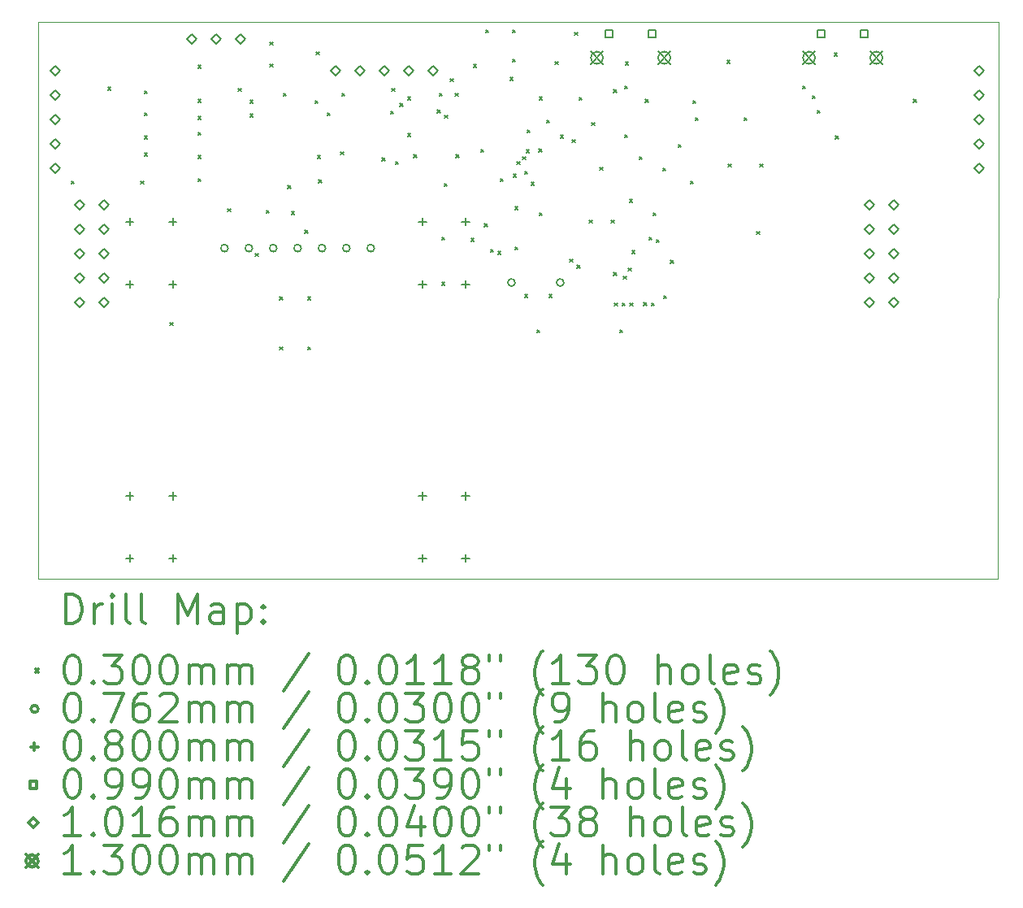
<source format=gbr>
%FSLAX45Y45*%
G04 Gerber Fmt 4.5, Leading zero omitted, Abs format (unit mm)*
G04 Created by KiCad (PCBNEW (5.1.12)-1) date 2021-11-29 00:38:07*
%MOMM*%
%LPD*%
G01*
G04 APERTURE LIST*
%TA.AperFunction,Profile*%
%ADD10C,0.050000*%
%TD*%
%ADD11C,0.200000*%
%ADD12C,0.300000*%
G04 APERTURE END LIST*
D10*
X27495500Y-13800000D02*
X17500000Y-13800000D01*
X27500000Y-8000000D02*
X17500000Y-8000000D01*
X17500000Y-8000000D02*
X17500000Y-13800000D01*
X27495500Y-13800000D02*
X27500000Y-8000000D01*
D11*
X17841200Y-9662400D02*
X17871200Y-9692400D01*
X17871200Y-9662400D02*
X17841200Y-9692400D01*
X18222200Y-8684500D02*
X18252200Y-8714500D01*
X18252200Y-8684500D02*
X18222200Y-8714500D01*
X18565100Y-9662400D02*
X18595100Y-9692400D01*
X18595100Y-9662400D02*
X18565100Y-9692400D01*
X18603200Y-8722600D02*
X18633200Y-8752600D01*
X18633200Y-8722600D02*
X18603200Y-8752600D01*
X18603200Y-8951200D02*
X18633200Y-8981200D01*
X18633200Y-8951200D02*
X18603200Y-8981200D01*
X18603200Y-9192500D02*
X18633200Y-9222500D01*
X18633200Y-9192500D02*
X18603200Y-9222500D01*
X18603200Y-9370300D02*
X18633200Y-9400300D01*
X18633200Y-9370300D02*
X18603200Y-9400300D01*
X18869900Y-11135600D02*
X18899900Y-11165600D01*
X18899900Y-11135600D02*
X18869900Y-11165600D01*
X19162000Y-8455900D02*
X19192000Y-8485900D01*
X19192000Y-8455900D02*
X19162000Y-8485900D01*
X19162000Y-8811500D02*
X19192000Y-8841500D01*
X19192000Y-8811500D02*
X19162000Y-8841500D01*
X19162000Y-8989300D02*
X19192000Y-9019300D01*
X19192000Y-8989300D02*
X19162000Y-9019300D01*
X19162000Y-9154400D02*
X19192000Y-9184400D01*
X19192000Y-9154400D02*
X19162000Y-9184400D01*
X19162000Y-9395700D02*
X19192000Y-9425700D01*
X19192000Y-9395700D02*
X19162000Y-9425700D01*
X19162000Y-9637000D02*
X19192000Y-9667000D01*
X19192000Y-9637000D02*
X19162000Y-9667000D01*
X19472131Y-9948659D02*
X19502131Y-9978659D01*
X19502131Y-9948659D02*
X19472131Y-9978659D01*
X19581100Y-8697200D02*
X19611100Y-8727200D01*
X19611100Y-8697200D02*
X19581100Y-8727200D01*
X19703938Y-8817201D02*
X19733938Y-8847201D01*
X19733938Y-8817201D02*
X19703938Y-8847201D01*
X19703938Y-8961902D02*
X19733938Y-8991902D01*
X19733938Y-8961902D02*
X19703938Y-8991902D01*
X19759799Y-10415797D02*
X19789799Y-10445797D01*
X19789799Y-10415797D02*
X19759799Y-10445797D01*
X19873200Y-9967200D02*
X19903200Y-9997200D01*
X19903200Y-9967200D02*
X19873200Y-9997200D01*
X19911300Y-8214600D02*
X19941300Y-8244600D01*
X19941300Y-8214600D02*
X19911300Y-8244600D01*
X19911300Y-8443200D02*
X19941300Y-8473200D01*
X19941300Y-8443200D02*
X19911300Y-8473200D01*
X20012900Y-10868900D02*
X20042900Y-10898900D01*
X20042900Y-10868900D02*
X20012900Y-10898900D01*
X20012900Y-11389600D02*
X20042900Y-11419600D01*
X20042900Y-11389600D02*
X20012900Y-11419600D01*
X20051000Y-8748000D02*
X20081000Y-8778000D01*
X20081000Y-8748000D02*
X20051000Y-8778000D01*
X20098424Y-9706196D02*
X20128424Y-9736196D01*
X20128424Y-9706196D02*
X20098424Y-9736196D01*
X20136851Y-9978901D02*
X20166851Y-10008901D01*
X20166851Y-9978901D02*
X20136851Y-10008901D01*
X20273505Y-10173799D02*
X20303505Y-10203799D01*
X20303505Y-10173799D02*
X20273505Y-10203799D01*
X20305000Y-10868900D02*
X20335000Y-10898900D01*
X20335000Y-10868900D02*
X20305000Y-10898900D01*
X20305000Y-11389600D02*
X20335000Y-11419600D01*
X20335000Y-11389600D02*
X20305000Y-11419600D01*
X20381200Y-8824200D02*
X20411200Y-8854200D01*
X20411200Y-8824200D02*
X20381200Y-8854200D01*
X20393900Y-8316200D02*
X20423900Y-8346200D01*
X20423900Y-8316200D02*
X20393900Y-8346200D01*
X20406600Y-9395700D02*
X20436600Y-9425700D01*
X20436600Y-9395700D02*
X20406600Y-9425700D01*
X20419300Y-9649700D02*
X20449300Y-9679700D01*
X20449300Y-9649700D02*
X20419300Y-9679700D01*
X20508200Y-8951200D02*
X20538200Y-8981200D01*
X20538200Y-8951200D02*
X20508200Y-8981200D01*
X20647900Y-9357600D02*
X20677900Y-9387600D01*
X20677900Y-9357600D02*
X20647900Y-9387600D01*
X20660600Y-8748000D02*
X20690600Y-8778000D01*
X20690600Y-8748000D02*
X20660600Y-8778000D01*
X21079700Y-9421100D02*
X21109700Y-9451100D01*
X21109700Y-9421100D02*
X21079700Y-9451100D01*
X21168600Y-8932150D02*
X21198600Y-8962150D01*
X21198600Y-8932150D02*
X21168600Y-8962150D01*
X21181300Y-8697200D02*
X21211300Y-8727200D01*
X21211300Y-8697200D02*
X21181300Y-8727200D01*
X21219400Y-9459200D02*
X21249400Y-9489200D01*
X21249400Y-9459200D02*
X21219400Y-9489200D01*
X21267824Y-8854412D02*
X21297824Y-8884412D01*
X21297824Y-8854412D02*
X21267824Y-8884412D01*
X21346400Y-8786100D02*
X21376400Y-8816100D01*
X21376400Y-8786100D02*
X21346400Y-8816100D01*
X21346400Y-9167100D02*
X21376400Y-9197100D01*
X21376400Y-9167100D02*
X21346400Y-9197100D01*
X21412200Y-9385300D02*
X21442200Y-9415300D01*
X21442200Y-9385300D02*
X21412200Y-9415300D01*
X21654052Y-8920399D02*
X21684052Y-8950399D01*
X21684052Y-8920399D02*
X21654052Y-8950399D01*
X21676600Y-8748000D02*
X21706600Y-8778000D01*
X21706600Y-8748000D02*
X21676600Y-8778000D01*
X21702000Y-10246600D02*
X21732000Y-10276600D01*
X21732000Y-10246600D02*
X21702000Y-10276600D01*
X21702000Y-10716500D02*
X21732000Y-10746500D01*
X21732000Y-10716500D02*
X21702000Y-10746500D01*
X21727400Y-9687800D02*
X21757400Y-9717800D01*
X21757400Y-9687800D02*
X21727400Y-9717800D01*
X21730453Y-8976512D02*
X21760453Y-9006512D01*
X21760453Y-8976512D02*
X21730453Y-9006512D01*
X21790900Y-8595600D02*
X21820900Y-8625600D01*
X21820900Y-8595600D02*
X21790900Y-8625600D01*
X21841700Y-8748000D02*
X21871700Y-8778000D01*
X21871700Y-8748000D02*
X21841700Y-8778000D01*
X21848214Y-9385300D02*
X21878214Y-9415300D01*
X21878214Y-9385300D02*
X21848214Y-9415300D01*
X22006800Y-10259300D02*
X22036800Y-10289300D01*
X22036800Y-10259300D02*
X22006800Y-10289300D01*
X22032200Y-8448286D02*
X22062200Y-8478286D01*
X22062200Y-8448286D02*
X22032200Y-8478286D01*
X22108400Y-9332200D02*
X22138400Y-9362200D01*
X22138400Y-9332200D02*
X22108400Y-9362200D01*
X22146500Y-10106900D02*
X22176500Y-10136900D01*
X22176500Y-10106900D02*
X22146500Y-10136900D01*
X22159200Y-8087600D02*
X22189200Y-8117600D01*
X22189200Y-8087600D02*
X22159200Y-8117600D01*
X22210000Y-10373600D02*
X22240000Y-10403600D01*
X22240000Y-10373600D02*
X22210000Y-10403600D01*
X22287613Y-10393003D02*
X22317613Y-10423003D01*
X22317613Y-10393003D02*
X22287613Y-10423003D01*
X22311600Y-9637000D02*
X22341600Y-9667000D01*
X22341600Y-9637000D02*
X22311600Y-9667000D01*
X22413200Y-8582900D02*
X22443200Y-8612900D01*
X22443200Y-8582900D02*
X22413200Y-8612900D01*
X22438600Y-8087600D02*
X22468600Y-8117600D01*
X22468600Y-8087600D02*
X22438600Y-8117600D01*
X22438600Y-8392400D02*
X22468600Y-8422400D01*
X22468600Y-8392400D02*
X22438600Y-8422400D01*
X22448268Y-9589742D02*
X22478268Y-9619742D01*
X22478268Y-9589742D02*
X22448268Y-9619742D01*
X22464000Y-9929100D02*
X22494000Y-9959100D01*
X22494000Y-9929100D02*
X22464000Y-9959100D01*
X22464000Y-10348200D02*
X22494000Y-10378200D01*
X22494000Y-10348200D02*
X22464000Y-10378200D01*
X22485624Y-9459886D02*
X22515624Y-9489886D01*
X22515624Y-9459886D02*
X22485624Y-9489886D01*
X22545510Y-9406840D02*
X22575510Y-9436840D01*
X22575510Y-9406840D02*
X22545510Y-9436840D01*
X22565600Y-9560800D02*
X22595600Y-9590800D01*
X22595600Y-9560800D02*
X22565600Y-9590800D01*
X22565600Y-10843500D02*
X22595600Y-10873500D01*
X22595600Y-10843500D02*
X22565600Y-10873500D01*
X22583016Y-9336175D02*
X22613016Y-9366175D01*
X22613016Y-9336175D02*
X22583016Y-9366175D01*
X22591000Y-9129000D02*
X22621000Y-9159000D01*
X22621000Y-9129000D02*
X22591000Y-9159000D01*
X22631831Y-9674229D02*
X22661831Y-9704229D01*
X22661831Y-9674229D02*
X22631831Y-9704229D01*
X22692600Y-11211800D02*
X22722600Y-11241800D01*
X22722600Y-11211800D02*
X22692600Y-11241800D01*
X22713181Y-9324829D02*
X22743181Y-9354829D01*
X22743181Y-9324829D02*
X22713181Y-9354829D01*
X22718000Y-8786100D02*
X22748000Y-8816100D01*
X22748000Y-8786100D02*
X22718000Y-8816100D01*
X22718000Y-9992600D02*
X22748000Y-10022600D01*
X22748000Y-9992600D02*
X22718000Y-10022600D01*
X22794200Y-9027400D02*
X22824200Y-9057400D01*
X22824200Y-9027400D02*
X22794200Y-9057400D01*
X22819600Y-10843500D02*
X22849600Y-10873500D01*
X22849600Y-10843500D02*
X22819600Y-10873500D01*
X22883100Y-8417800D02*
X22913100Y-8447800D01*
X22913100Y-8417800D02*
X22883100Y-8447800D01*
X22936652Y-9180895D02*
X22966652Y-9210895D01*
X22966652Y-9180895D02*
X22936652Y-9210895D01*
X23035500Y-10475200D02*
X23065500Y-10505200D01*
X23065500Y-10475200D02*
X23035500Y-10505200D01*
X23060900Y-9230600D02*
X23090900Y-9260600D01*
X23090900Y-9230600D02*
X23060900Y-9260600D01*
X23086300Y-8113000D02*
X23116300Y-8143000D01*
X23116300Y-8113000D02*
X23086300Y-8143000D01*
X23111700Y-10538700D02*
X23141700Y-10568700D01*
X23141700Y-10538700D02*
X23111700Y-10568700D01*
X23133291Y-8790001D02*
X23163291Y-8820001D01*
X23163291Y-8790001D02*
X23133291Y-8820001D01*
X23238700Y-10068800D02*
X23268700Y-10098800D01*
X23268700Y-10068800D02*
X23238700Y-10098800D01*
X23264100Y-9052800D02*
X23294100Y-9082800D01*
X23294100Y-9052800D02*
X23264100Y-9082800D01*
X23347282Y-9519304D02*
X23377282Y-9549304D01*
X23377282Y-9519304D02*
X23347282Y-9549304D01*
X23467300Y-10068800D02*
X23497300Y-10098800D01*
X23497300Y-10068800D02*
X23467300Y-10098800D01*
X23492700Y-8709900D02*
X23522700Y-8739900D01*
X23522700Y-8709900D02*
X23492700Y-8739900D01*
X23492700Y-10614900D02*
X23522700Y-10644900D01*
X23522700Y-10614900D02*
X23492700Y-10644900D01*
X23501599Y-10932400D02*
X23531599Y-10962400D01*
X23531599Y-10932400D02*
X23501599Y-10962400D01*
X23556200Y-11211800D02*
X23586200Y-11241800D01*
X23586200Y-11211800D02*
X23556200Y-11241800D01*
X23581600Y-10932400D02*
X23611600Y-10962400D01*
X23611600Y-10932400D02*
X23581600Y-10962400D01*
X23593301Y-10653000D02*
X23623301Y-10683000D01*
X23623301Y-10653000D02*
X23593301Y-10683000D01*
X23607000Y-8671800D02*
X23637000Y-8701800D01*
X23637000Y-8671800D02*
X23607000Y-8701800D01*
X23607000Y-9179800D02*
X23637000Y-9209800D01*
X23637000Y-9179800D02*
X23607000Y-9209800D01*
X23616120Y-8418918D02*
X23646120Y-8448918D01*
X23646120Y-8418918D02*
X23616120Y-8448918D01*
X23644641Y-10568301D02*
X23674641Y-10598301D01*
X23674641Y-10568301D02*
X23644641Y-10598301D01*
X23657800Y-9852900D02*
X23687800Y-9882900D01*
X23687800Y-9852900D02*
X23657800Y-9882900D01*
X23661601Y-10932400D02*
X23691601Y-10962400D01*
X23691601Y-10932400D02*
X23661601Y-10962400D01*
X23685000Y-10385000D02*
X23715000Y-10415000D01*
X23715000Y-10385000D02*
X23685000Y-10415000D01*
X23759400Y-9408400D02*
X23789400Y-9438400D01*
X23789400Y-9408400D02*
X23759400Y-9438400D01*
X23806600Y-10926732D02*
X23836600Y-10956732D01*
X23836600Y-10926732D02*
X23806600Y-10956732D01*
X23822900Y-8811500D02*
X23852900Y-8841500D01*
X23852900Y-8811500D02*
X23822900Y-8841500D01*
X23861000Y-10246600D02*
X23891000Y-10276600D01*
X23891000Y-10246600D02*
X23861000Y-10276600D01*
X23886400Y-10932400D02*
X23916400Y-10962400D01*
X23916400Y-10932400D02*
X23886400Y-10962400D01*
X23905450Y-9992600D02*
X23935450Y-10022600D01*
X23935450Y-9992600D02*
X23905450Y-10022600D01*
X23937200Y-10272000D02*
X23967200Y-10302000D01*
X23967200Y-10272000D02*
X23937200Y-10302000D01*
X24003400Y-9524600D02*
X24033400Y-9554600D01*
X24033400Y-9524600D02*
X24003400Y-9554600D01*
X24013400Y-10856200D02*
X24043400Y-10886200D01*
X24043400Y-10856200D02*
X24013400Y-10886200D01*
X24085000Y-10485000D02*
X24115000Y-10515000D01*
X24115000Y-10485000D02*
X24085000Y-10515000D01*
X24165800Y-9281400D02*
X24195800Y-9311400D01*
X24195800Y-9281400D02*
X24165800Y-9311400D01*
X24292800Y-9662400D02*
X24322800Y-9692400D01*
X24322800Y-9662400D02*
X24292800Y-9692400D01*
X24318200Y-8824200D02*
X24348200Y-8854200D01*
X24348200Y-8824200D02*
X24318200Y-8854200D01*
X24343600Y-9002000D02*
X24373600Y-9032000D01*
X24373600Y-9002000D02*
X24343600Y-9032000D01*
X24673800Y-8405100D02*
X24703800Y-8435100D01*
X24703800Y-8405100D02*
X24673800Y-8435100D01*
X24685000Y-9485000D02*
X24715000Y-9515000D01*
X24715000Y-9485000D02*
X24685000Y-9515000D01*
X24851600Y-9002000D02*
X24881600Y-9032000D01*
X24881600Y-9002000D02*
X24851600Y-9032000D01*
X24985000Y-10185000D02*
X25015000Y-10215000D01*
X25015000Y-10185000D02*
X24985000Y-10215000D01*
X25015348Y-9482002D02*
X25045348Y-9512002D01*
X25045348Y-9482002D02*
X25015348Y-9512002D01*
X25461200Y-8671800D02*
X25491200Y-8701800D01*
X25491200Y-8671800D02*
X25461200Y-8701800D01*
X25562800Y-8773400D02*
X25592800Y-8803400D01*
X25592800Y-8773400D02*
X25562800Y-8803400D01*
X25613600Y-8925800D02*
X25643600Y-8955800D01*
X25643600Y-8925800D02*
X25613600Y-8955800D01*
X25791400Y-8328900D02*
X25821400Y-8358900D01*
X25821400Y-8328900D02*
X25791400Y-8358900D01*
X25804100Y-9192500D02*
X25834100Y-9222500D01*
X25834100Y-9192500D02*
X25804100Y-9222500D01*
X26616900Y-8811500D02*
X26646900Y-8841500D01*
X26646900Y-8811500D02*
X26616900Y-8841500D01*
X19476100Y-10360000D02*
G75*
G03*
X19476100Y-10360000I-38100J0D01*
G01*
X19730100Y-10360000D02*
G75*
G03*
X19730100Y-10360000I-38100J0D01*
G01*
X19984100Y-10360000D02*
G75*
G03*
X19984100Y-10360000I-38100J0D01*
G01*
X20238100Y-10360000D02*
G75*
G03*
X20238100Y-10360000I-38100J0D01*
G01*
X20492100Y-10360000D02*
G75*
G03*
X20492100Y-10360000I-38100J0D01*
G01*
X20746100Y-10360000D02*
G75*
G03*
X20746100Y-10360000I-38100J0D01*
G01*
X21000100Y-10360000D02*
G75*
G03*
X21000100Y-10360000I-38100J0D01*
G01*
X22466300Y-10718800D02*
G75*
G03*
X22466300Y-10718800I-38100J0D01*
G01*
X22974300Y-10718800D02*
G75*
G03*
X22974300Y-10718800I-38100J0D01*
G01*
X18450000Y-10045000D02*
X18450000Y-10125000D01*
X18410000Y-10085000D02*
X18490000Y-10085000D01*
X18450000Y-10695000D02*
X18450000Y-10775000D01*
X18410000Y-10735000D02*
X18490000Y-10735000D01*
X18450000Y-12900000D02*
X18450000Y-12980000D01*
X18410000Y-12940000D02*
X18490000Y-12940000D01*
X18450000Y-13550000D02*
X18450000Y-13630000D01*
X18410000Y-13590000D02*
X18490000Y-13590000D01*
X18900000Y-10045000D02*
X18900000Y-10125000D01*
X18860000Y-10085000D02*
X18940000Y-10085000D01*
X18900000Y-10695000D02*
X18900000Y-10775000D01*
X18860000Y-10735000D02*
X18940000Y-10735000D01*
X18900000Y-12900000D02*
X18900000Y-12980000D01*
X18860000Y-12940000D02*
X18940000Y-12940000D01*
X18900000Y-13550000D02*
X18900000Y-13630000D01*
X18860000Y-13590000D02*
X18940000Y-13590000D01*
X21500000Y-10045000D02*
X21500000Y-10125000D01*
X21460000Y-10085000D02*
X21540000Y-10085000D01*
X21500000Y-10695000D02*
X21500000Y-10775000D01*
X21460000Y-10735000D02*
X21540000Y-10735000D01*
X21500000Y-12900000D02*
X21500000Y-12980000D01*
X21460000Y-12940000D02*
X21540000Y-12940000D01*
X21500000Y-13550000D02*
X21500000Y-13630000D01*
X21460000Y-13590000D02*
X21540000Y-13590000D01*
X21950000Y-10045000D02*
X21950000Y-10125000D01*
X21910000Y-10085000D02*
X21990000Y-10085000D01*
X21950000Y-10695000D02*
X21950000Y-10775000D01*
X21910000Y-10735000D02*
X21990000Y-10735000D01*
X21950000Y-12900000D02*
X21950000Y-12980000D01*
X21910000Y-12940000D02*
X21990000Y-12940000D01*
X21950000Y-13550000D02*
X21950000Y-13630000D01*
X21910000Y-13590000D02*
X21990000Y-13590000D01*
X23479202Y-8163002D02*
X23479202Y-8092998D01*
X23409198Y-8092998D01*
X23409198Y-8163002D01*
X23479202Y-8163002D01*
X23929202Y-8163002D02*
X23929202Y-8092998D01*
X23859198Y-8092998D01*
X23859198Y-8163002D01*
X23929202Y-8163002D01*
X25689002Y-8163002D02*
X25689002Y-8092998D01*
X25618998Y-8092998D01*
X25618998Y-8163002D01*
X25689002Y-8163002D01*
X26139002Y-8163002D02*
X26139002Y-8092998D01*
X26068998Y-8092998D01*
X26068998Y-8163002D01*
X26139002Y-8163002D01*
X17678400Y-8562600D02*
X17729200Y-8511800D01*
X17678400Y-8461000D01*
X17627600Y-8511800D01*
X17678400Y-8562600D01*
X17678400Y-8816600D02*
X17729200Y-8765800D01*
X17678400Y-8715000D01*
X17627600Y-8765800D01*
X17678400Y-8816600D01*
X17678400Y-9070600D02*
X17729200Y-9019800D01*
X17678400Y-8969000D01*
X17627600Y-9019800D01*
X17678400Y-9070600D01*
X17678400Y-9324600D02*
X17729200Y-9273800D01*
X17678400Y-9223000D01*
X17627600Y-9273800D01*
X17678400Y-9324600D01*
X17678400Y-9578600D02*
X17729200Y-9527800D01*
X17678400Y-9477000D01*
X17627600Y-9527800D01*
X17678400Y-9578600D01*
X17932400Y-9956800D02*
X17983200Y-9906000D01*
X17932400Y-9855200D01*
X17881600Y-9906000D01*
X17932400Y-9956800D01*
X17932400Y-10210800D02*
X17983200Y-10160000D01*
X17932400Y-10109200D01*
X17881600Y-10160000D01*
X17932400Y-10210800D01*
X17932400Y-10464800D02*
X17983200Y-10414000D01*
X17932400Y-10363200D01*
X17881600Y-10414000D01*
X17932400Y-10464800D01*
X17932400Y-10718800D02*
X17983200Y-10668000D01*
X17932400Y-10617200D01*
X17881600Y-10668000D01*
X17932400Y-10718800D01*
X17932400Y-10972800D02*
X17983200Y-10922000D01*
X17932400Y-10871200D01*
X17881600Y-10922000D01*
X17932400Y-10972800D01*
X18186400Y-9956800D02*
X18237200Y-9906000D01*
X18186400Y-9855200D01*
X18135600Y-9906000D01*
X18186400Y-9956800D01*
X18186400Y-10210800D02*
X18237200Y-10160000D01*
X18186400Y-10109200D01*
X18135600Y-10160000D01*
X18186400Y-10210800D01*
X18186400Y-10464800D02*
X18237200Y-10414000D01*
X18186400Y-10363200D01*
X18135600Y-10414000D01*
X18186400Y-10464800D01*
X18186400Y-10718800D02*
X18237200Y-10668000D01*
X18186400Y-10617200D01*
X18135600Y-10668000D01*
X18186400Y-10718800D01*
X18186400Y-10972800D02*
X18237200Y-10922000D01*
X18186400Y-10871200D01*
X18135600Y-10922000D01*
X18186400Y-10972800D01*
X19100800Y-8229600D02*
X19151600Y-8178800D01*
X19100800Y-8128000D01*
X19050000Y-8178800D01*
X19100800Y-8229600D01*
X19354800Y-8229600D02*
X19405600Y-8178800D01*
X19354800Y-8128000D01*
X19304000Y-8178800D01*
X19354800Y-8229600D01*
X19608800Y-8229600D02*
X19659600Y-8178800D01*
X19608800Y-8128000D01*
X19558000Y-8178800D01*
X19608800Y-8229600D01*
X20599400Y-8559800D02*
X20650200Y-8509000D01*
X20599400Y-8458200D01*
X20548600Y-8509000D01*
X20599400Y-8559800D01*
X20853400Y-8559800D02*
X20904200Y-8509000D01*
X20853400Y-8458200D01*
X20802600Y-8509000D01*
X20853400Y-8559800D01*
X21107400Y-8559800D02*
X21158200Y-8509000D01*
X21107400Y-8458200D01*
X21056600Y-8509000D01*
X21107400Y-8559800D01*
X21361400Y-8559800D02*
X21412200Y-8509000D01*
X21361400Y-8458200D01*
X21310600Y-8509000D01*
X21361400Y-8559800D01*
X21615400Y-8559800D02*
X21666200Y-8509000D01*
X21615400Y-8458200D01*
X21564600Y-8509000D01*
X21615400Y-8559800D01*
X26162000Y-9956800D02*
X26212800Y-9906000D01*
X26162000Y-9855200D01*
X26111200Y-9906000D01*
X26162000Y-9956800D01*
X26162000Y-10210800D02*
X26212800Y-10160000D01*
X26162000Y-10109200D01*
X26111200Y-10160000D01*
X26162000Y-10210800D01*
X26162000Y-10464800D02*
X26212800Y-10414000D01*
X26162000Y-10363200D01*
X26111200Y-10414000D01*
X26162000Y-10464800D01*
X26162000Y-10718800D02*
X26212800Y-10668000D01*
X26162000Y-10617200D01*
X26111200Y-10668000D01*
X26162000Y-10718800D01*
X26162000Y-10972800D02*
X26212800Y-10922000D01*
X26162000Y-10871200D01*
X26111200Y-10922000D01*
X26162000Y-10972800D01*
X26416000Y-9956800D02*
X26466800Y-9906000D01*
X26416000Y-9855200D01*
X26365200Y-9906000D01*
X26416000Y-9956800D01*
X26416000Y-10210800D02*
X26466800Y-10160000D01*
X26416000Y-10109200D01*
X26365200Y-10160000D01*
X26416000Y-10210800D01*
X26416000Y-10464800D02*
X26466800Y-10414000D01*
X26416000Y-10363200D01*
X26365200Y-10414000D01*
X26416000Y-10464800D01*
X26416000Y-10718800D02*
X26466800Y-10668000D01*
X26416000Y-10617200D01*
X26365200Y-10668000D01*
X26416000Y-10718800D01*
X26416000Y-10972800D02*
X26466800Y-10922000D01*
X26416000Y-10871200D01*
X26365200Y-10922000D01*
X26416000Y-10972800D01*
X27305000Y-8562600D02*
X27355800Y-8511800D01*
X27305000Y-8461000D01*
X27254200Y-8511800D01*
X27305000Y-8562600D01*
X27305000Y-8816600D02*
X27355800Y-8765800D01*
X27305000Y-8715000D01*
X27254200Y-8765800D01*
X27305000Y-8816600D01*
X27305000Y-9070600D02*
X27355800Y-9019800D01*
X27305000Y-8969000D01*
X27254200Y-9019800D01*
X27305000Y-9070600D01*
X27305000Y-9324600D02*
X27355800Y-9273800D01*
X27305000Y-9223000D01*
X27254200Y-9273800D01*
X27305000Y-9324600D01*
X27305000Y-9578600D02*
X27355800Y-9527800D01*
X27305000Y-9477000D01*
X27254200Y-9527800D01*
X27305000Y-9578600D01*
X23254200Y-8312000D02*
X23384200Y-8442000D01*
X23384200Y-8312000D02*
X23254200Y-8442000D01*
X23384200Y-8377000D02*
G75*
G03*
X23384200Y-8377000I-65000J0D01*
G01*
X23955200Y-8312000D02*
X24085200Y-8442000D01*
X24085200Y-8312000D02*
X23955200Y-8442000D01*
X24085200Y-8377000D02*
G75*
G03*
X24085200Y-8377000I-65000J0D01*
G01*
X25464000Y-8312000D02*
X25594000Y-8442000D01*
X25594000Y-8312000D02*
X25464000Y-8442000D01*
X25594000Y-8377000D02*
G75*
G03*
X25594000Y-8377000I-65000J0D01*
G01*
X26165000Y-8312000D02*
X26295000Y-8442000D01*
X26295000Y-8312000D02*
X26165000Y-8442000D01*
X26295000Y-8377000D02*
G75*
G03*
X26295000Y-8377000I-65000J0D01*
G01*
D12*
X17783928Y-14268214D02*
X17783928Y-13968214D01*
X17855357Y-13968214D01*
X17898214Y-13982500D01*
X17926786Y-14011071D01*
X17941071Y-14039643D01*
X17955357Y-14096786D01*
X17955357Y-14139643D01*
X17941071Y-14196786D01*
X17926786Y-14225357D01*
X17898214Y-14253929D01*
X17855357Y-14268214D01*
X17783928Y-14268214D01*
X18083928Y-14268214D02*
X18083928Y-14068214D01*
X18083928Y-14125357D02*
X18098214Y-14096786D01*
X18112500Y-14082500D01*
X18141071Y-14068214D01*
X18169643Y-14068214D01*
X18269643Y-14268214D02*
X18269643Y-14068214D01*
X18269643Y-13968214D02*
X18255357Y-13982500D01*
X18269643Y-13996786D01*
X18283928Y-13982500D01*
X18269643Y-13968214D01*
X18269643Y-13996786D01*
X18455357Y-14268214D02*
X18426786Y-14253929D01*
X18412500Y-14225357D01*
X18412500Y-13968214D01*
X18612500Y-14268214D02*
X18583928Y-14253929D01*
X18569643Y-14225357D01*
X18569643Y-13968214D01*
X18955357Y-14268214D02*
X18955357Y-13968214D01*
X19055357Y-14182500D01*
X19155357Y-13968214D01*
X19155357Y-14268214D01*
X19426786Y-14268214D02*
X19426786Y-14111071D01*
X19412500Y-14082500D01*
X19383928Y-14068214D01*
X19326786Y-14068214D01*
X19298214Y-14082500D01*
X19426786Y-14253929D02*
X19398214Y-14268214D01*
X19326786Y-14268214D01*
X19298214Y-14253929D01*
X19283928Y-14225357D01*
X19283928Y-14196786D01*
X19298214Y-14168214D01*
X19326786Y-14153929D01*
X19398214Y-14153929D01*
X19426786Y-14139643D01*
X19569643Y-14068214D02*
X19569643Y-14368214D01*
X19569643Y-14082500D02*
X19598214Y-14068214D01*
X19655357Y-14068214D01*
X19683928Y-14082500D01*
X19698214Y-14096786D01*
X19712500Y-14125357D01*
X19712500Y-14211071D01*
X19698214Y-14239643D01*
X19683928Y-14253929D01*
X19655357Y-14268214D01*
X19598214Y-14268214D01*
X19569643Y-14253929D01*
X19841071Y-14239643D02*
X19855357Y-14253929D01*
X19841071Y-14268214D01*
X19826786Y-14253929D01*
X19841071Y-14239643D01*
X19841071Y-14268214D01*
X19841071Y-14082500D02*
X19855357Y-14096786D01*
X19841071Y-14111071D01*
X19826786Y-14096786D01*
X19841071Y-14082500D01*
X19841071Y-14111071D01*
X17467500Y-14747500D02*
X17497500Y-14777500D01*
X17497500Y-14747500D02*
X17467500Y-14777500D01*
X17841071Y-14598214D02*
X17869643Y-14598214D01*
X17898214Y-14612500D01*
X17912500Y-14626786D01*
X17926786Y-14655357D01*
X17941071Y-14712500D01*
X17941071Y-14783929D01*
X17926786Y-14841071D01*
X17912500Y-14869643D01*
X17898214Y-14883929D01*
X17869643Y-14898214D01*
X17841071Y-14898214D01*
X17812500Y-14883929D01*
X17798214Y-14869643D01*
X17783928Y-14841071D01*
X17769643Y-14783929D01*
X17769643Y-14712500D01*
X17783928Y-14655357D01*
X17798214Y-14626786D01*
X17812500Y-14612500D01*
X17841071Y-14598214D01*
X18069643Y-14869643D02*
X18083928Y-14883929D01*
X18069643Y-14898214D01*
X18055357Y-14883929D01*
X18069643Y-14869643D01*
X18069643Y-14898214D01*
X18183928Y-14598214D02*
X18369643Y-14598214D01*
X18269643Y-14712500D01*
X18312500Y-14712500D01*
X18341071Y-14726786D01*
X18355357Y-14741071D01*
X18369643Y-14769643D01*
X18369643Y-14841071D01*
X18355357Y-14869643D01*
X18341071Y-14883929D01*
X18312500Y-14898214D01*
X18226786Y-14898214D01*
X18198214Y-14883929D01*
X18183928Y-14869643D01*
X18555357Y-14598214D02*
X18583928Y-14598214D01*
X18612500Y-14612500D01*
X18626786Y-14626786D01*
X18641071Y-14655357D01*
X18655357Y-14712500D01*
X18655357Y-14783929D01*
X18641071Y-14841071D01*
X18626786Y-14869643D01*
X18612500Y-14883929D01*
X18583928Y-14898214D01*
X18555357Y-14898214D01*
X18526786Y-14883929D01*
X18512500Y-14869643D01*
X18498214Y-14841071D01*
X18483928Y-14783929D01*
X18483928Y-14712500D01*
X18498214Y-14655357D01*
X18512500Y-14626786D01*
X18526786Y-14612500D01*
X18555357Y-14598214D01*
X18841071Y-14598214D02*
X18869643Y-14598214D01*
X18898214Y-14612500D01*
X18912500Y-14626786D01*
X18926786Y-14655357D01*
X18941071Y-14712500D01*
X18941071Y-14783929D01*
X18926786Y-14841071D01*
X18912500Y-14869643D01*
X18898214Y-14883929D01*
X18869643Y-14898214D01*
X18841071Y-14898214D01*
X18812500Y-14883929D01*
X18798214Y-14869643D01*
X18783928Y-14841071D01*
X18769643Y-14783929D01*
X18769643Y-14712500D01*
X18783928Y-14655357D01*
X18798214Y-14626786D01*
X18812500Y-14612500D01*
X18841071Y-14598214D01*
X19069643Y-14898214D02*
X19069643Y-14698214D01*
X19069643Y-14726786D02*
X19083928Y-14712500D01*
X19112500Y-14698214D01*
X19155357Y-14698214D01*
X19183928Y-14712500D01*
X19198214Y-14741071D01*
X19198214Y-14898214D01*
X19198214Y-14741071D02*
X19212500Y-14712500D01*
X19241071Y-14698214D01*
X19283928Y-14698214D01*
X19312500Y-14712500D01*
X19326786Y-14741071D01*
X19326786Y-14898214D01*
X19469643Y-14898214D02*
X19469643Y-14698214D01*
X19469643Y-14726786D02*
X19483928Y-14712500D01*
X19512500Y-14698214D01*
X19555357Y-14698214D01*
X19583928Y-14712500D01*
X19598214Y-14741071D01*
X19598214Y-14898214D01*
X19598214Y-14741071D02*
X19612500Y-14712500D01*
X19641071Y-14698214D01*
X19683928Y-14698214D01*
X19712500Y-14712500D01*
X19726786Y-14741071D01*
X19726786Y-14898214D01*
X20312500Y-14583929D02*
X20055357Y-14969643D01*
X20698214Y-14598214D02*
X20726786Y-14598214D01*
X20755357Y-14612500D01*
X20769643Y-14626786D01*
X20783928Y-14655357D01*
X20798214Y-14712500D01*
X20798214Y-14783929D01*
X20783928Y-14841071D01*
X20769643Y-14869643D01*
X20755357Y-14883929D01*
X20726786Y-14898214D01*
X20698214Y-14898214D01*
X20669643Y-14883929D01*
X20655357Y-14869643D01*
X20641071Y-14841071D01*
X20626786Y-14783929D01*
X20626786Y-14712500D01*
X20641071Y-14655357D01*
X20655357Y-14626786D01*
X20669643Y-14612500D01*
X20698214Y-14598214D01*
X20926786Y-14869643D02*
X20941071Y-14883929D01*
X20926786Y-14898214D01*
X20912500Y-14883929D01*
X20926786Y-14869643D01*
X20926786Y-14898214D01*
X21126786Y-14598214D02*
X21155357Y-14598214D01*
X21183928Y-14612500D01*
X21198214Y-14626786D01*
X21212500Y-14655357D01*
X21226786Y-14712500D01*
X21226786Y-14783929D01*
X21212500Y-14841071D01*
X21198214Y-14869643D01*
X21183928Y-14883929D01*
X21155357Y-14898214D01*
X21126786Y-14898214D01*
X21098214Y-14883929D01*
X21083928Y-14869643D01*
X21069643Y-14841071D01*
X21055357Y-14783929D01*
X21055357Y-14712500D01*
X21069643Y-14655357D01*
X21083928Y-14626786D01*
X21098214Y-14612500D01*
X21126786Y-14598214D01*
X21512500Y-14898214D02*
X21341071Y-14898214D01*
X21426786Y-14898214D02*
X21426786Y-14598214D01*
X21398214Y-14641071D01*
X21369643Y-14669643D01*
X21341071Y-14683929D01*
X21798214Y-14898214D02*
X21626786Y-14898214D01*
X21712500Y-14898214D02*
X21712500Y-14598214D01*
X21683928Y-14641071D01*
X21655357Y-14669643D01*
X21626786Y-14683929D01*
X21969643Y-14726786D02*
X21941071Y-14712500D01*
X21926786Y-14698214D01*
X21912500Y-14669643D01*
X21912500Y-14655357D01*
X21926786Y-14626786D01*
X21941071Y-14612500D01*
X21969643Y-14598214D01*
X22026786Y-14598214D01*
X22055357Y-14612500D01*
X22069643Y-14626786D01*
X22083928Y-14655357D01*
X22083928Y-14669643D01*
X22069643Y-14698214D01*
X22055357Y-14712500D01*
X22026786Y-14726786D01*
X21969643Y-14726786D01*
X21941071Y-14741071D01*
X21926786Y-14755357D01*
X21912500Y-14783929D01*
X21912500Y-14841071D01*
X21926786Y-14869643D01*
X21941071Y-14883929D01*
X21969643Y-14898214D01*
X22026786Y-14898214D01*
X22055357Y-14883929D01*
X22069643Y-14869643D01*
X22083928Y-14841071D01*
X22083928Y-14783929D01*
X22069643Y-14755357D01*
X22055357Y-14741071D01*
X22026786Y-14726786D01*
X22198214Y-14598214D02*
X22198214Y-14655357D01*
X22312500Y-14598214D02*
X22312500Y-14655357D01*
X22755357Y-15012500D02*
X22741071Y-14998214D01*
X22712500Y-14955357D01*
X22698214Y-14926786D01*
X22683928Y-14883929D01*
X22669643Y-14812500D01*
X22669643Y-14755357D01*
X22683928Y-14683929D01*
X22698214Y-14641071D01*
X22712500Y-14612500D01*
X22741071Y-14569643D01*
X22755357Y-14555357D01*
X23026786Y-14898214D02*
X22855357Y-14898214D01*
X22941071Y-14898214D02*
X22941071Y-14598214D01*
X22912500Y-14641071D01*
X22883928Y-14669643D01*
X22855357Y-14683929D01*
X23126786Y-14598214D02*
X23312500Y-14598214D01*
X23212500Y-14712500D01*
X23255357Y-14712500D01*
X23283928Y-14726786D01*
X23298214Y-14741071D01*
X23312500Y-14769643D01*
X23312500Y-14841071D01*
X23298214Y-14869643D01*
X23283928Y-14883929D01*
X23255357Y-14898214D01*
X23169643Y-14898214D01*
X23141071Y-14883929D01*
X23126786Y-14869643D01*
X23498214Y-14598214D02*
X23526786Y-14598214D01*
X23555357Y-14612500D01*
X23569643Y-14626786D01*
X23583928Y-14655357D01*
X23598214Y-14712500D01*
X23598214Y-14783929D01*
X23583928Y-14841071D01*
X23569643Y-14869643D01*
X23555357Y-14883929D01*
X23526786Y-14898214D01*
X23498214Y-14898214D01*
X23469643Y-14883929D01*
X23455357Y-14869643D01*
X23441071Y-14841071D01*
X23426786Y-14783929D01*
X23426786Y-14712500D01*
X23441071Y-14655357D01*
X23455357Y-14626786D01*
X23469643Y-14612500D01*
X23498214Y-14598214D01*
X23955357Y-14898214D02*
X23955357Y-14598214D01*
X24083928Y-14898214D02*
X24083928Y-14741071D01*
X24069643Y-14712500D01*
X24041071Y-14698214D01*
X23998214Y-14698214D01*
X23969643Y-14712500D01*
X23955357Y-14726786D01*
X24269643Y-14898214D02*
X24241071Y-14883929D01*
X24226786Y-14869643D01*
X24212500Y-14841071D01*
X24212500Y-14755357D01*
X24226786Y-14726786D01*
X24241071Y-14712500D01*
X24269643Y-14698214D01*
X24312500Y-14698214D01*
X24341071Y-14712500D01*
X24355357Y-14726786D01*
X24369643Y-14755357D01*
X24369643Y-14841071D01*
X24355357Y-14869643D01*
X24341071Y-14883929D01*
X24312500Y-14898214D01*
X24269643Y-14898214D01*
X24541071Y-14898214D02*
X24512500Y-14883929D01*
X24498214Y-14855357D01*
X24498214Y-14598214D01*
X24769643Y-14883929D02*
X24741071Y-14898214D01*
X24683928Y-14898214D01*
X24655357Y-14883929D01*
X24641071Y-14855357D01*
X24641071Y-14741071D01*
X24655357Y-14712500D01*
X24683928Y-14698214D01*
X24741071Y-14698214D01*
X24769643Y-14712500D01*
X24783928Y-14741071D01*
X24783928Y-14769643D01*
X24641071Y-14798214D01*
X24898214Y-14883929D02*
X24926786Y-14898214D01*
X24983928Y-14898214D01*
X25012500Y-14883929D01*
X25026786Y-14855357D01*
X25026786Y-14841071D01*
X25012500Y-14812500D01*
X24983928Y-14798214D01*
X24941071Y-14798214D01*
X24912500Y-14783929D01*
X24898214Y-14755357D01*
X24898214Y-14741071D01*
X24912500Y-14712500D01*
X24941071Y-14698214D01*
X24983928Y-14698214D01*
X25012500Y-14712500D01*
X25126786Y-15012500D02*
X25141071Y-14998214D01*
X25169643Y-14955357D01*
X25183928Y-14926786D01*
X25198214Y-14883929D01*
X25212500Y-14812500D01*
X25212500Y-14755357D01*
X25198214Y-14683929D01*
X25183928Y-14641071D01*
X25169643Y-14612500D01*
X25141071Y-14569643D01*
X25126786Y-14555357D01*
X17497500Y-15158500D02*
G75*
G03*
X17497500Y-15158500I-38100J0D01*
G01*
X17841071Y-14994214D02*
X17869643Y-14994214D01*
X17898214Y-15008500D01*
X17912500Y-15022786D01*
X17926786Y-15051357D01*
X17941071Y-15108500D01*
X17941071Y-15179929D01*
X17926786Y-15237071D01*
X17912500Y-15265643D01*
X17898214Y-15279929D01*
X17869643Y-15294214D01*
X17841071Y-15294214D01*
X17812500Y-15279929D01*
X17798214Y-15265643D01*
X17783928Y-15237071D01*
X17769643Y-15179929D01*
X17769643Y-15108500D01*
X17783928Y-15051357D01*
X17798214Y-15022786D01*
X17812500Y-15008500D01*
X17841071Y-14994214D01*
X18069643Y-15265643D02*
X18083928Y-15279929D01*
X18069643Y-15294214D01*
X18055357Y-15279929D01*
X18069643Y-15265643D01*
X18069643Y-15294214D01*
X18183928Y-14994214D02*
X18383928Y-14994214D01*
X18255357Y-15294214D01*
X18626786Y-14994214D02*
X18569643Y-14994214D01*
X18541071Y-15008500D01*
X18526786Y-15022786D01*
X18498214Y-15065643D01*
X18483928Y-15122786D01*
X18483928Y-15237071D01*
X18498214Y-15265643D01*
X18512500Y-15279929D01*
X18541071Y-15294214D01*
X18598214Y-15294214D01*
X18626786Y-15279929D01*
X18641071Y-15265643D01*
X18655357Y-15237071D01*
X18655357Y-15165643D01*
X18641071Y-15137071D01*
X18626786Y-15122786D01*
X18598214Y-15108500D01*
X18541071Y-15108500D01*
X18512500Y-15122786D01*
X18498214Y-15137071D01*
X18483928Y-15165643D01*
X18769643Y-15022786D02*
X18783928Y-15008500D01*
X18812500Y-14994214D01*
X18883928Y-14994214D01*
X18912500Y-15008500D01*
X18926786Y-15022786D01*
X18941071Y-15051357D01*
X18941071Y-15079929D01*
X18926786Y-15122786D01*
X18755357Y-15294214D01*
X18941071Y-15294214D01*
X19069643Y-15294214D02*
X19069643Y-15094214D01*
X19069643Y-15122786D02*
X19083928Y-15108500D01*
X19112500Y-15094214D01*
X19155357Y-15094214D01*
X19183928Y-15108500D01*
X19198214Y-15137071D01*
X19198214Y-15294214D01*
X19198214Y-15137071D02*
X19212500Y-15108500D01*
X19241071Y-15094214D01*
X19283928Y-15094214D01*
X19312500Y-15108500D01*
X19326786Y-15137071D01*
X19326786Y-15294214D01*
X19469643Y-15294214D02*
X19469643Y-15094214D01*
X19469643Y-15122786D02*
X19483928Y-15108500D01*
X19512500Y-15094214D01*
X19555357Y-15094214D01*
X19583928Y-15108500D01*
X19598214Y-15137071D01*
X19598214Y-15294214D01*
X19598214Y-15137071D02*
X19612500Y-15108500D01*
X19641071Y-15094214D01*
X19683928Y-15094214D01*
X19712500Y-15108500D01*
X19726786Y-15137071D01*
X19726786Y-15294214D01*
X20312500Y-14979929D02*
X20055357Y-15365643D01*
X20698214Y-14994214D02*
X20726786Y-14994214D01*
X20755357Y-15008500D01*
X20769643Y-15022786D01*
X20783928Y-15051357D01*
X20798214Y-15108500D01*
X20798214Y-15179929D01*
X20783928Y-15237071D01*
X20769643Y-15265643D01*
X20755357Y-15279929D01*
X20726786Y-15294214D01*
X20698214Y-15294214D01*
X20669643Y-15279929D01*
X20655357Y-15265643D01*
X20641071Y-15237071D01*
X20626786Y-15179929D01*
X20626786Y-15108500D01*
X20641071Y-15051357D01*
X20655357Y-15022786D01*
X20669643Y-15008500D01*
X20698214Y-14994214D01*
X20926786Y-15265643D02*
X20941071Y-15279929D01*
X20926786Y-15294214D01*
X20912500Y-15279929D01*
X20926786Y-15265643D01*
X20926786Y-15294214D01*
X21126786Y-14994214D02*
X21155357Y-14994214D01*
X21183928Y-15008500D01*
X21198214Y-15022786D01*
X21212500Y-15051357D01*
X21226786Y-15108500D01*
X21226786Y-15179929D01*
X21212500Y-15237071D01*
X21198214Y-15265643D01*
X21183928Y-15279929D01*
X21155357Y-15294214D01*
X21126786Y-15294214D01*
X21098214Y-15279929D01*
X21083928Y-15265643D01*
X21069643Y-15237071D01*
X21055357Y-15179929D01*
X21055357Y-15108500D01*
X21069643Y-15051357D01*
X21083928Y-15022786D01*
X21098214Y-15008500D01*
X21126786Y-14994214D01*
X21326786Y-14994214D02*
X21512500Y-14994214D01*
X21412500Y-15108500D01*
X21455357Y-15108500D01*
X21483928Y-15122786D01*
X21498214Y-15137071D01*
X21512500Y-15165643D01*
X21512500Y-15237071D01*
X21498214Y-15265643D01*
X21483928Y-15279929D01*
X21455357Y-15294214D01*
X21369643Y-15294214D01*
X21341071Y-15279929D01*
X21326786Y-15265643D01*
X21698214Y-14994214D02*
X21726786Y-14994214D01*
X21755357Y-15008500D01*
X21769643Y-15022786D01*
X21783928Y-15051357D01*
X21798214Y-15108500D01*
X21798214Y-15179929D01*
X21783928Y-15237071D01*
X21769643Y-15265643D01*
X21755357Y-15279929D01*
X21726786Y-15294214D01*
X21698214Y-15294214D01*
X21669643Y-15279929D01*
X21655357Y-15265643D01*
X21641071Y-15237071D01*
X21626786Y-15179929D01*
X21626786Y-15108500D01*
X21641071Y-15051357D01*
X21655357Y-15022786D01*
X21669643Y-15008500D01*
X21698214Y-14994214D01*
X21983928Y-14994214D02*
X22012500Y-14994214D01*
X22041071Y-15008500D01*
X22055357Y-15022786D01*
X22069643Y-15051357D01*
X22083928Y-15108500D01*
X22083928Y-15179929D01*
X22069643Y-15237071D01*
X22055357Y-15265643D01*
X22041071Y-15279929D01*
X22012500Y-15294214D01*
X21983928Y-15294214D01*
X21955357Y-15279929D01*
X21941071Y-15265643D01*
X21926786Y-15237071D01*
X21912500Y-15179929D01*
X21912500Y-15108500D01*
X21926786Y-15051357D01*
X21941071Y-15022786D01*
X21955357Y-15008500D01*
X21983928Y-14994214D01*
X22198214Y-14994214D02*
X22198214Y-15051357D01*
X22312500Y-14994214D02*
X22312500Y-15051357D01*
X22755357Y-15408500D02*
X22741071Y-15394214D01*
X22712500Y-15351357D01*
X22698214Y-15322786D01*
X22683928Y-15279929D01*
X22669643Y-15208500D01*
X22669643Y-15151357D01*
X22683928Y-15079929D01*
X22698214Y-15037071D01*
X22712500Y-15008500D01*
X22741071Y-14965643D01*
X22755357Y-14951357D01*
X22883928Y-15294214D02*
X22941071Y-15294214D01*
X22969643Y-15279929D01*
X22983928Y-15265643D01*
X23012500Y-15222786D01*
X23026786Y-15165643D01*
X23026786Y-15051357D01*
X23012500Y-15022786D01*
X22998214Y-15008500D01*
X22969643Y-14994214D01*
X22912500Y-14994214D01*
X22883928Y-15008500D01*
X22869643Y-15022786D01*
X22855357Y-15051357D01*
X22855357Y-15122786D01*
X22869643Y-15151357D01*
X22883928Y-15165643D01*
X22912500Y-15179929D01*
X22969643Y-15179929D01*
X22998214Y-15165643D01*
X23012500Y-15151357D01*
X23026786Y-15122786D01*
X23383928Y-15294214D02*
X23383928Y-14994214D01*
X23512500Y-15294214D02*
X23512500Y-15137071D01*
X23498214Y-15108500D01*
X23469643Y-15094214D01*
X23426786Y-15094214D01*
X23398214Y-15108500D01*
X23383928Y-15122786D01*
X23698214Y-15294214D02*
X23669643Y-15279929D01*
X23655357Y-15265643D01*
X23641071Y-15237071D01*
X23641071Y-15151357D01*
X23655357Y-15122786D01*
X23669643Y-15108500D01*
X23698214Y-15094214D01*
X23741071Y-15094214D01*
X23769643Y-15108500D01*
X23783928Y-15122786D01*
X23798214Y-15151357D01*
X23798214Y-15237071D01*
X23783928Y-15265643D01*
X23769643Y-15279929D01*
X23741071Y-15294214D01*
X23698214Y-15294214D01*
X23969643Y-15294214D02*
X23941071Y-15279929D01*
X23926786Y-15251357D01*
X23926786Y-14994214D01*
X24198214Y-15279929D02*
X24169643Y-15294214D01*
X24112500Y-15294214D01*
X24083928Y-15279929D01*
X24069643Y-15251357D01*
X24069643Y-15137071D01*
X24083928Y-15108500D01*
X24112500Y-15094214D01*
X24169643Y-15094214D01*
X24198214Y-15108500D01*
X24212500Y-15137071D01*
X24212500Y-15165643D01*
X24069643Y-15194214D01*
X24326786Y-15279929D02*
X24355357Y-15294214D01*
X24412500Y-15294214D01*
X24441071Y-15279929D01*
X24455357Y-15251357D01*
X24455357Y-15237071D01*
X24441071Y-15208500D01*
X24412500Y-15194214D01*
X24369643Y-15194214D01*
X24341071Y-15179929D01*
X24326786Y-15151357D01*
X24326786Y-15137071D01*
X24341071Y-15108500D01*
X24369643Y-15094214D01*
X24412500Y-15094214D01*
X24441071Y-15108500D01*
X24555357Y-15408500D02*
X24569643Y-15394214D01*
X24598214Y-15351357D01*
X24612500Y-15322786D01*
X24626786Y-15279929D01*
X24641071Y-15208500D01*
X24641071Y-15151357D01*
X24626786Y-15079929D01*
X24612500Y-15037071D01*
X24598214Y-15008500D01*
X24569643Y-14965643D01*
X24555357Y-14951357D01*
X17457500Y-15514500D02*
X17457500Y-15594500D01*
X17417500Y-15554500D02*
X17497500Y-15554500D01*
X17841071Y-15390214D02*
X17869643Y-15390214D01*
X17898214Y-15404500D01*
X17912500Y-15418786D01*
X17926786Y-15447357D01*
X17941071Y-15504500D01*
X17941071Y-15575929D01*
X17926786Y-15633071D01*
X17912500Y-15661643D01*
X17898214Y-15675929D01*
X17869643Y-15690214D01*
X17841071Y-15690214D01*
X17812500Y-15675929D01*
X17798214Y-15661643D01*
X17783928Y-15633071D01*
X17769643Y-15575929D01*
X17769643Y-15504500D01*
X17783928Y-15447357D01*
X17798214Y-15418786D01*
X17812500Y-15404500D01*
X17841071Y-15390214D01*
X18069643Y-15661643D02*
X18083928Y-15675929D01*
X18069643Y-15690214D01*
X18055357Y-15675929D01*
X18069643Y-15661643D01*
X18069643Y-15690214D01*
X18255357Y-15518786D02*
X18226786Y-15504500D01*
X18212500Y-15490214D01*
X18198214Y-15461643D01*
X18198214Y-15447357D01*
X18212500Y-15418786D01*
X18226786Y-15404500D01*
X18255357Y-15390214D01*
X18312500Y-15390214D01*
X18341071Y-15404500D01*
X18355357Y-15418786D01*
X18369643Y-15447357D01*
X18369643Y-15461643D01*
X18355357Y-15490214D01*
X18341071Y-15504500D01*
X18312500Y-15518786D01*
X18255357Y-15518786D01*
X18226786Y-15533071D01*
X18212500Y-15547357D01*
X18198214Y-15575929D01*
X18198214Y-15633071D01*
X18212500Y-15661643D01*
X18226786Y-15675929D01*
X18255357Y-15690214D01*
X18312500Y-15690214D01*
X18341071Y-15675929D01*
X18355357Y-15661643D01*
X18369643Y-15633071D01*
X18369643Y-15575929D01*
X18355357Y-15547357D01*
X18341071Y-15533071D01*
X18312500Y-15518786D01*
X18555357Y-15390214D02*
X18583928Y-15390214D01*
X18612500Y-15404500D01*
X18626786Y-15418786D01*
X18641071Y-15447357D01*
X18655357Y-15504500D01*
X18655357Y-15575929D01*
X18641071Y-15633071D01*
X18626786Y-15661643D01*
X18612500Y-15675929D01*
X18583928Y-15690214D01*
X18555357Y-15690214D01*
X18526786Y-15675929D01*
X18512500Y-15661643D01*
X18498214Y-15633071D01*
X18483928Y-15575929D01*
X18483928Y-15504500D01*
X18498214Y-15447357D01*
X18512500Y-15418786D01*
X18526786Y-15404500D01*
X18555357Y-15390214D01*
X18841071Y-15390214D02*
X18869643Y-15390214D01*
X18898214Y-15404500D01*
X18912500Y-15418786D01*
X18926786Y-15447357D01*
X18941071Y-15504500D01*
X18941071Y-15575929D01*
X18926786Y-15633071D01*
X18912500Y-15661643D01*
X18898214Y-15675929D01*
X18869643Y-15690214D01*
X18841071Y-15690214D01*
X18812500Y-15675929D01*
X18798214Y-15661643D01*
X18783928Y-15633071D01*
X18769643Y-15575929D01*
X18769643Y-15504500D01*
X18783928Y-15447357D01*
X18798214Y-15418786D01*
X18812500Y-15404500D01*
X18841071Y-15390214D01*
X19069643Y-15690214D02*
X19069643Y-15490214D01*
X19069643Y-15518786D02*
X19083928Y-15504500D01*
X19112500Y-15490214D01*
X19155357Y-15490214D01*
X19183928Y-15504500D01*
X19198214Y-15533071D01*
X19198214Y-15690214D01*
X19198214Y-15533071D02*
X19212500Y-15504500D01*
X19241071Y-15490214D01*
X19283928Y-15490214D01*
X19312500Y-15504500D01*
X19326786Y-15533071D01*
X19326786Y-15690214D01*
X19469643Y-15690214D02*
X19469643Y-15490214D01*
X19469643Y-15518786D02*
X19483928Y-15504500D01*
X19512500Y-15490214D01*
X19555357Y-15490214D01*
X19583928Y-15504500D01*
X19598214Y-15533071D01*
X19598214Y-15690214D01*
X19598214Y-15533071D02*
X19612500Y-15504500D01*
X19641071Y-15490214D01*
X19683928Y-15490214D01*
X19712500Y-15504500D01*
X19726786Y-15533071D01*
X19726786Y-15690214D01*
X20312500Y-15375929D02*
X20055357Y-15761643D01*
X20698214Y-15390214D02*
X20726786Y-15390214D01*
X20755357Y-15404500D01*
X20769643Y-15418786D01*
X20783928Y-15447357D01*
X20798214Y-15504500D01*
X20798214Y-15575929D01*
X20783928Y-15633071D01*
X20769643Y-15661643D01*
X20755357Y-15675929D01*
X20726786Y-15690214D01*
X20698214Y-15690214D01*
X20669643Y-15675929D01*
X20655357Y-15661643D01*
X20641071Y-15633071D01*
X20626786Y-15575929D01*
X20626786Y-15504500D01*
X20641071Y-15447357D01*
X20655357Y-15418786D01*
X20669643Y-15404500D01*
X20698214Y-15390214D01*
X20926786Y-15661643D02*
X20941071Y-15675929D01*
X20926786Y-15690214D01*
X20912500Y-15675929D01*
X20926786Y-15661643D01*
X20926786Y-15690214D01*
X21126786Y-15390214D02*
X21155357Y-15390214D01*
X21183928Y-15404500D01*
X21198214Y-15418786D01*
X21212500Y-15447357D01*
X21226786Y-15504500D01*
X21226786Y-15575929D01*
X21212500Y-15633071D01*
X21198214Y-15661643D01*
X21183928Y-15675929D01*
X21155357Y-15690214D01*
X21126786Y-15690214D01*
X21098214Y-15675929D01*
X21083928Y-15661643D01*
X21069643Y-15633071D01*
X21055357Y-15575929D01*
X21055357Y-15504500D01*
X21069643Y-15447357D01*
X21083928Y-15418786D01*
X21098214Y-15404500D01*
X21126786Y-15390214D01*
X21326786Y-15390214D02*
X21512500Y-15390214D01*
X21412500Y-15504500D01*
X21455357Y-15504500D01*
X21483928Y-15518786D01*
X21498214Y-15533071D01*
X21512500Y-15561643D01*
X21512500Y-15633071D01*
X21498214Y-15661643D01*
X21483928Y-15675929D01*
X21455357Y-15690214D01*
X21369643Y-15690214D01*
X21341071Y-15675929D01*
X21326786Y-15661643D01*
X21798214Y-15690214D02*
X21626786Y-15690214D01*
X21712500Y-15690214D02*
X21712500Y-15390214D01*
X21683928Y-15433071D01*
X21655357Y-15461643D01*
X21626786Y-15475929D01*
X22069643Y-15390214D02*
X21926786Y-15390214D01*
X21912500Y-15533071D01*
X21926786Y-15518786D01*
X21955357Y-15504500D01*
X22026786Y-15504500D01*
X22055357Y-15518786D01*
X22069643Y-15533071D01*
X22083928Y-15561643D01*
X22083928Y-15633071D01*
X22069643Y-15661643D01*
X22055357Y-15675929D01*
X22026786Y-15690214D01*
X21955357Y-15690214D01*
X21926786Y-15675929D01*
X21912500Y-15661643D01*
X22198214Y-15390214D02*
X22198214Y-15447357D01*
X22312500Y-15390214D02*
X22312500Y-15447357D01*
X22755357Y-15804500D02*
X22741071Y-15790214D01*
X22712500Y-15747357D01*
X22698214Y-15718786D01*
X22683928Y-15675929D01*
X22669643Y-15604500D01*
X22669643Y-15547357D01*
X22683928Y-15475929D01*
X22698214Y-15433071D01*
X22712500Y-15404500D01*
X22741071Y-15361643D01*
X22755357Y-15347357D01*
X23026786Y-15690214D02*
X22855357Y-15690214D01*
X22941071Y-15690214D02*
X22941071Y-15390214D01*
X22912500Y-15433071D01*
X22883928Y-15461643D01*
X22855357Y-15475929D01*
X23283928Y-15390214D02*
X23226786Y-15390214D01*
X23198214Y-15404500D01*
X23183928Y-15418786D01*
X23155357Y-15461643D01*
X23141071Y-15518786D01*
X23141071Y-15633071D01*
X23155357Y-15661643D01*
X23169643Y-15675929D01*
X23198214Y-15690214D01*
X23255357Y-15690214D01*
X23283928Y-15675929D01*
X23298214Y-15661643D01*
X23312500Y-15633071D01*
X23312500Y-15561643D01*
X23298214Y-15533071D01*
X23283928Y-15518786D01*
X23255357Y-15504500D01*
X23198214Y-15504500D01*
X23169643Y-15518786D01*
X23155357Y-15533071D01*
X23141071Y-15561643D01*
X23669643Y-15690214D02*
X23669643Y-15390214D01*
X23798214Y-15690214D02*
X23798214Y-15533071D01*
X23783928Y-15504500D01*
X23755357Y-15490214D01*
X23712500Y-15490214D01*
X23683928Y-15504500D01*
X23669643Y-15518786D01*
X23983928Y-15690214D02*
X23955357Y-15675929D01*
X23941071Y-15661643D01*
X23926786Y-15633071D01*
X23926786Y-15547357D01*
X23941071Y-15518786D01*
X23955357Y-15504500D01*
X23983928Y-15490214D01*
X24026786Y-15490214D01*
X24055357Y-15504500D01*
X24069643Y-15518786D01*
X24083928Y-15547357D01*
X24083928Y-15633071D01*
X24069643Y-15661643D01*
X24055357Y-15675929D01*
X24026786Y-15690214D01*
X23983928Y-15690214D01*
X24255357Y-15690214D02*
X24226786Y-15675929D01*
X24212500Y-15647357D01*
X24212500Y-15390214D01*
X24483928Y-15675929D02*
X24455357Y-15690214D01*
X24398214Y-15690214D01*
X24369643Y-15675929D01*
X24355357Y-15647357D01*
X24355357Y-15533071D01*
X24369643Y-15504500D01*
X24398214Y-15490214D01*
X24455357Y-15490214D01*
X24483928Y-15504500D01*
X24498214Y-15533071D01*
X24498214Y-15561643D01*
X24355357Y-15590214D01*
X24612500Y-15675929D02*
X24641071Y-15690214D01*
X24698214Y-15690214D01*
X24726786Y-15675929D01*
X24741071Y-15647357D01*
X24741071Y-15633071D01*
X24726786Y-15604500D01*
X24698214Y-15590214D01*
X24655357Y-15590214D01*
X24626786Y-15575929D01*
X24612500Y-15547357D01*
X24612500Y-15533071D01*
X24626786Y-15504500D01*
X24655357Y-15490214D01*
X24698214Y-15490214D01*
X24726786Y-15504500D01*
X24841071Y-15804500D02*
X24855357Y-15790214D01*
X24883928Y-15747357D01*
X24898214Y-15718786D01*
X24912500Y-15675929D01*
X24926786Y-15604500D01*
X24926786Y-15547357D01*
X24912500Y-15475929D01*
X24898214Y-15433071D01*
X24883928Y-15404500D01*
X24855357Y-15361643D01*
X24841071Y-15347357D01*
X17483002Y-15985502D02*
X17483002Y-15915498D01*
X17412998Y-15915498D01*
X17412998Y-15985502D01*
X17483002Y-15985502D01*
X17841071Y-15786214D02*
X17869643Y-15786214D01*
X17898214Y-15800500D01*
X17912500Y-15814786D01*
X17926786Y-15843357D01*
X17941071Y-15900500D01*
X17941071Y-15971929D01*
X17926786Y-16029071D01*
X17912500Y-16057643D01*
X17898214Y-16071929D01*
X17869643Y-16086214D01*
X17841071Y-16086214D01*
X17812500Y-16071929D01*
X17798214Y-16057643D01*
X17783928Y-16029071D01*
X17769643Y-15971929D01*
X17769643Y-15900500D01*
X17783928Y-15843357D01*
X17798214Y-15814786D01*
X17812500Y-15800500D01*
X17841071Y-15786214D01*
X18069643Y-16057643D02*
X18083928Y-16071929D01*
X18069643Y-16086214D01*
X18055357Y-16071929D01*
X18069643Y-16057643D01*
X18069643Y-16086214D01*
X18226786Y-16086214D02*
X18283928Y-16086214D01*
X18312500Y-16071929D01*
X18326786Y-16057643D01*
X18355357Y-16014786D01*
X18369643Y-15957643D01*
X18369643Y-15843357D01*
X18355357Y-15814786D01*
X18341071Y-15800500D01*
X18312500Y-15786214D01*
X18255357Y-15786214D01*
X18226786Y-15800500D01*
X18212500Y-15814786D01*
X18198214Y-15843357D01*
X18198214Y-15914786D01*
X18212500Y-15943357D01*
X18226786Y-15957643D01*
X18255357Y-15971929D01*
X18312500Y-15971929D01*
X18341071Y-15957643D01*
X18355357Y-15943357D01*
X18369643Y-15914786D01*
X18512500Y-16086214D02*
X18569643Y-16086214D01*
X18598214Y-16071929D01*
X18612500Y-16057643D01*
X18641071Y-16014786D01*
X18655357Y-15957643D01*
X18655357Y-15843357D01*
X18641071Y-15814786D01*
X18626786Y-15800500D01*
X18598214Y-15786214D01*
X18541071Y-15786214D01*
X18512500Y-15800500D01*
X18498214Y-15814786D01*
X18483928Y-15843357D01*
X18483928Y-15914786D01*
X18498214Y-15943357D01*
X18512500Y-15957643D01*
X18541071Y-15971929D01*
X18598214Y-15971929D01*
X18626786Y-15957643D01*
X18641071Y-15943357D01*
X18655357Y-15914786D01*
X18841071Y-15786214D02*
X18869643Y-15786214D01*
X18898214Y-15800500D01*
X18912500Y-15814786D01*
X18926786Y-15843357D01*
X18941071Y-15900500D01*
X18941071Y-15971929D01*
X18926786Y-16029071D01*
X18912500Y-16057643D01*
X18898214Y-16071929D01*
X18869643Y-16086214D01*
X18841071Y-16086214D01*
X18812500Y-16071929D01*
X18798214Y-16057643D01*
X18783928Y-16029071D01*
X18769643Y-15971929D01*
X18769643Y-15900500D01*
X18783928Y-15843357D01*
X18798214Y-15814786D01*
X18812500Y-15800500D01*
X18841071Y-15786214D01*
X19069643Y-16086214D02*
X19069643Y-15886214D01*
X19069643Y-15914786D02*
X19083928Y-15900500D01*
X19112500Y-15886214D01*
X19155357Y-15886214D01*
X19183928Y-15900500D01*
X19198214Y-15929071D01*
X19198214Y-16086214D01*
X19198214Y-15929071D02*
X19212500Y-15900500D01*
X19241071Y-15886214D01*
X19283928Y-15886214D01*
X19312500Y-15900500D01*
X19326786Y-15929071D01*
X19326786Y-16086214D01*
X19469643Y-16086214D02*
X19469643Y-15886214D01*
X19469643Y-15914786D02*
X19483928Y-15900500D01*
X19512500Y-15886214D01*
X19555357Y-15886214D01*
X19583928Y-15900500D01*
X19598214Y-15929071D01*
X19598214Y-16086214D01*
X19598214Y-15929071D02*
X19612500Y-15900500D01*
X19641071Y-15886214D01*
X19683928Y-15886214D01*
X19712500Y-15900500D01*
X19726786Y-15929071D01*
X19726786Y-16086214D01*
X20312500Y-15771929D02*
X20055357Y-16157643D01*
X20698214Y-15786214D02*
X20726786Y-15786214D01*
X20755357Y-15800500D01*
X20769643Y-15814786D01*
X20783928Y-15843357D01*
X20798214Y-15900500D01*
X20798214Y-15971929D01*
X20783928Y-16029071D01*
X20769643Y-16057643D01*
X20755357Y-16071929D01*
X20726786Y-16086214D01*
X20698214Y-16086214D01*
X20669643Y-16071929D01*
X20655357Y-16057643D01*
X20641071Y-16029071D01*
X20626786Y-15971929D01*
X20626786Y-15900500D01*
X20641071Y-15843357D01*
X20655357Y-15814786D01*
X20669643Y-15800500D01*
X20698214Y-15786214D01*
X20926786Y-16057643D02*
X20941071Y-16071929D01*
X20926786Y-16086214D01*
X20912500Y-16071929D01*
X20926786Y-16057643D01*
X20926786Y-16086214D01*
X21126786Y-15786214D02*
X21155357Y-15786214D01*
X21183928Y-15800500D01*
X21198214Y-15814786D01*
X21212500Y-15843357D01*
X21226786Y-15900500D01*
X21226786Y-15971929D01*
X21212500Y-16029071D01*
X21198214Y-16057643D01*
X21183928Y-16071929D01*
X21155357Y-16086214D01*
X21126786Y-16086214D01*
X21098214Y-16071929D01*
X21083928Y-16057643D01*
X21069643Y-16029071D01*
X21055357Y-15971929D01*
X21055357Y-15900500D01*
X21069643Y-15843357D01*
X21083928Y-15814786D01*
X21098214Y-15800500D01*
X21126786Y-15786214D01*
X21326786Y-15786214D02*
X21512500Y-15786214D01*
X21412500Y-15900500D01*
X21455357Y-15900500D01*
X21483928Y-15914786D01*
X21498214Y-15929071D01*
X21512500Y-15957643D01*
X21512500Y-16029071D01*
X21498214Y-16057643D01*
X21483928Y-16071929D01*
X21455357Y-16086214D01*
X21369643Y-16086214D01*
X21341071Y-16071929D01*
X21326786Y-16057643D01*
X21655357Y-16086214D02*
X21712500Y-16086214D01*
X21741071Y-16071929D01*
X21755357Y-16057643D01*
X21783928Y-16014786D01*
X21798214Y-15957643D01*
X21798214Y-15843357D01*
X21783928Y-15814786D01*
X21769643Y-15800500D01*
X21741071Y-15786214D01*
X21683928Y-15786214D01*
X21655357Y-15800500D01*
X21641071Y-15814786D01*
X21626786Y-15843357D01*
X21626786Y-15914786D01*
X21641071Y-15943357D01*
X21655357Y-15957643D01*
X21683928Y-15971929D01*
X21741071Y-15971929D01*
X21769643Y-15957643D01*
X21783928Y-15943357D01*
X21798214Y-15914786D01*
X21983928Y-15786214D02*
X22012500Y-15786214D01*
X22041071Y-15800500D01*
X22055357Y-15814786D01*
X22069643Y-15843357D01*
X22083928Y-15900500D01*
X22083928Y-15971929D01*
X22069643Y-16029071D01*
X22055357Y-16057643D01*
X22041071Y-16071929D01*
X22012500Y-16086214D01*
X21983928Y-16086214D01*
X21955357Y-16071929D01*
X21941071Y-16057643D01*
X21926786Y-16029071D01*
X21912500Y-15971929D01*
X21912500Y-15900500D01*
X21926786Y-15843357D01*
X21941071Y-15814786D01*
X21955357Y-15800500D01*
X21983928Y-15786214D01*
X22198214Y-15786214D02*
X22198214Y-15843357D01*
X22312500Y-15786214D02*
X22312500Y-15843357D01*
X22755357Y-16200500D02*
X22741071Y-16186214D01*
X22712500Y-16143357D01*
X22698214Y-16114786D01*
X22683928Y-16071929D01*
X22669643Y-16000500D01*
X22669643Y-15943357D01*
X22683928Y-15871929D01*
X22698214Y-15829071D01*
X22712500Y-15800500D01*
X22741071Y-15757643D01*
X22755357Y-15743357D01*
X22998214Y-15886214D02*
X22998214Y-16086214D01*
X22926786Y-15771929D02*
X22855357Y-15986214D01*
X23041071Y-15986214D01*
X23383928Y-16086214D02*
X23383928Y-15786214D01*
X23512500Y-16086214D02*
X23512500Y-15929071D01*
X23498214Y-15900500D01*
X23469643Y-15886214D01*
X23426786Y-15886214D01*
X23398214Y-15900500D01*
X23383928Y-15914786D01*
X23698214Y-16086214D02*
X23669643Y-16071929D01*
X23655357Y-16057643D01*
X23641071Y-16029071D01*
X23641071Y-15943357D01*
X23655357Y-15914786D01*
X23669643Y-15900500D01*
X23698214Y-15886214D01*
X23741071Y-15886214D01*
X23769643Y-15900500D01*
X23783928Y-15914786D01*
X23798214Y-15943357D01*
X23798214Y-16029071D01*
X23783928Y-16057643D01*
X23769643Y-16071929D01*
X23741071Y-16086214D01*
X23698214Y-16086214D01*
X23969643Y-16086214D02*
X23941071Y-16071929D01*
X23926786Y-16043357D01*
X23926786Y-15786214D01*
X24198214Y-16071929D02*
X24169643Y-16086214D01*
X24112500Y-16086214D01*
X24083928Y-16071929D01*
X24069643Y-16043357D01*
X24069643Y-15929071D01*
X24083928Y-15900500D01*
X24112500Y-15886214D01*
X24169643Y-15886214D01*
X24198214Y-15900500D01*
X24212500Y-15929071D01*
X24212500Y-15957643D01*
X24069643Y-15986214D01*
X24326786Y-16071929D02*
X24355357Y-16086214D01*
X24412500Y-16086214D01*
X24441071Y-16071929D01*
X24455357Y-16043357D01*
X24455357Y-16029071D01*
X24441071Y-16000500D01*
X24412500Y-15986214D01*
X24369643Y-15986214D01*
X24341071Y-15971929D01*
X24326786Y-15943357D01*
X24326786Y-15929071D01*
X24341071Y-15900500D01*
X24369643Y-15886214D01*
X24412500Y-15886214D01*
X24441071Y-15900500D01*
X24555357Y-16200500D02*
X24569643Y-16186214D01*
X24598214Y-16143357D01*
X24612500Y-16114786D01*
X24626786Y-16071929D01*
X24641071Y-16000500D01*
X24641071Y-15943357D01*
X24626786Y-15871929D01*
X24612500Y-15829071D01*
X24598214Y-15800500D01*
X24569643Y-15757643D01*
X24555357Y-15743357D01*
X17446700Y-16397300D02*
X17497500Y-16346500D01*
X17446700Y-16295700D01*
X17395900Y-16346500D01*
X17446700Y-16397300D01*
X17941071Y-16482214D02*
X17769643Y-16482214D01*
X17855357Y-16482214D02*
X17855357Y-16182214D01*
X17826786Y-16225071D01*
X17798214Y-16253643D01*
X17769643Y-16267929D01*
X18069643Y-16453643D02*
X18083928Y-16467929D01*
X18069643Y-16482214D01*
X18055357Y-16467929D01*
X18069643Y-16453643D01*
X18069643Y-16482214D01*
X18269643Y-16182214D02*
X18298214Y-16182214D01*
X18326786Y-16196500D01*
X18341071Y-16210786D01*
X18355357Y-16239357D01*
X18369643Y-16296500D01*
X18369643Y-16367929D01*
X18355357Y-16425071D01*
X18341071Y-16453643D01*
X18326786Y-16467929D01*
X18298214Y-16482214D01*
X18269643Y-16482214D01*
X18241071Y-16467929D01*
X18226786Y-16453643D01*
X18212500Y-16425071D01*
X18198214Y-16367929D01*
X18198214Y-16296500D01*
X18212500Y-16239357D01*
X18226786Y-16210786D01*
X18241071Y-16196500D01*
X18269643Y-16182214D01*
X18655357Y-16482214D02*
X18483928Y-16482214D01*
X18569643Y-16482214D02*
X18569643Y-16182214D01*
X18541071Y-16225071D01*
X18512500Y-16253643D01*
X18483928Y-16267929D01*
X18912500Y-16182214D02*
X18855357Y-16182214D01*
X18826786Y-16196500D01*
X18812500Y-16210786D01*
X18783928Y-16253643D01*
X18769643Y-16310786D01*
X18769643Y-16425071D01*
X18783928Y-16453643D01*
X18798214Y-16467929D01*
X18826786Y-16482214D01*
X18883928Y-16482214D01*
X18912500Y-16467929D01*
X18926786Y-16453643D01*
X18941071Y-16425071D01*
X18941071Y-16353643D01*
X18926786Y-16325071D01*
X18912500Y-16310786D01*
X18883928Y-16296500D01*
X18826786Y-16296500D01*
X18798214Y-16310786D01*
X18783928Y-16325071D01*
X18769643Y-16353643D01*
X19069643Y-16482214D02*
X19069643Y-16282214D01*
X19069643Y-16310786D02*
X19083928Y-16296500D01*
X19112500Y-16282214D01*
X19155357Y-16282214D01*
X19183928Y-16296500D01*
X19198214Y-16325071D01*
X19198214Y-16482214D01*
X19198214Y-16325071D02*
X19212500Y-16296500D01*
X19241071Y-16282214D01*
X19283928Y-16282214D01*
X19312500Y-16296500D01*
X19326786Y-16325071D01*
X19326786Y-16482214D01*
X19469643Y-16482214D02*
X19469643Y-16282214D01*
X19469643Y-16310786D02*
X19483928Y-16296500D01*
X19512500Y-16282214D01*
X19555357Y-16282214D01*
X19583928Y-16296500D01*
X19598214Y-16325071D01*
X19598214Y-16482214D01*
X19598214Y-16325071D02*
X19612500Y-16296500D01*
X19641071Y-16282214D01*
X19683928Y-16282214D01*
X19712500Y-16296500D01*
X19726786Y-16325071D01*
X19726786Y-16482214D01*
X20312500Y-16167929D02*
X20055357Y-16553643D01*
X20698214Y-16182214D02*
X20726786Y-16182214D01*
X20755357Y-16196500D01*
X20769643Y-16210786D01*
X20783928Y-16239357D01*
X20798214Y-16296500D01*
X20798214Y-16367929D01*
X20783928Y-16425071D01*
X20769643Y-16453643D01*
X20755357Y-16467929D01*
X20726786Y-16482214D01*
X20698214Y-16482214D01*
X20669643Y-16467929D01*
X20655357Y-16453643D01*
X20641071Y-16425071D01*
X20626786Y-16367929D01*
X20626786Y-16296500D01*
X20641071Y-16239357D01*
X20655357Y-16210786D01*
X20669643Y-16196500D01*
X20698214Y-16182214D01*
X20926786Y-16453643D02*
X20941071Y-16467929D01*
X20926786Y-16482214D01*
X20912500Y-16467929D01*
X20926786Y-16453643D01*
X20926786Y-16482214D01*
X21126786Y-16182214D02*
X21155357Y-16182214D01*
X21183928Y-16196500D01*
X21198214Y-16210786D01*
X21212500Y-16239357D01*
X21226786Y-16296500D01*
X21226786Y-16367929D01*
X21212500Y-16425071D01*
X21198214Y-16453643D01*
X21183928Y-16467929D01*
X21155357Y-16482214D01*
X21126786Y-16482214D01*
X21098214Y-16467929D01*
X21083928Y-16453643D01*
X21069643Y-16425071D01*
X21055357Y-16367929D01*
X21055357Y-16296500D01*
X21069643Y-16239357D01*
X21083928Y-16210786D01*
X21098214Y-16196500D01*
X21126786Y-16182214D01*
X21483928Y-16282214D02*
X21483928Y-16482214D01*
X21412500Y-16167929D02*
X21341071Y-16382214D01*
X21526786Y-16382214D01*
X21698214Y-16182214D02*
X21726786Y-16182214D01*
X21755357Y-16196500D01*
X21769643Y-16210786D01*
X21783928Y-16239357D01*
X21798214Y-16296500D01*
X21798214Y-16367929D01*
X21783928Y-16425071D01*
X21769643Y-16453643D01*
X21755357Y-16467929D01*
X21726786Y-16482214D01*
X21698214Y-16482214D01*
X21669643Y-16467929D01*
X21655357Y-16453643D01*
X21641071Y-16425071D01*
X21626786Y-16367929D01*
X21626786Y-16296500D01*
X21641071Y-16239357D01*
X21655357Y-16210786D01*
X21669643Y-16196500D01*
X21698214Y-16182214D01*
X21983928Y-16182214D02*
X22012500Y-16182214D01*
X22041071Y-16196500D01*
X22055357Y-16210786D01*
X22069643Y-16239357D01*
X22083928Y-16296500D01*
X22083928Y-16367929D01*
X22069643Y-16425071D01*
X22055357Y-16453643D01*
X22041071Y-16467929D01*
X22012500Y-16482214D01*
X21983928Y-16482214D01*
X21955357Y-16467929D01*
X21941071Y-16453643D01*
X21926786Y-16425071D01*
X21912500Y-16367929D01*
X21912500Y-16296500D01*
X21926786Y-16239357D01*
X21941071Y-16210786D01*
X21955357Y-16196500D01*
X21983928Y-16182214D01*
X22198214Y-16182214D02*
X22198214Y-16239357D01*
X22312500Y-16182214D02*
X22312500Y-16239357D01*
X22755357Y-16596500D02*
X22741071Y-16582214D01*
X22712500Y-16539357D01*
X22698214Y-16510786D01*
X22683928Y-16467929D01*
X22669643Y-16396500D01*
X22669643Y-16339357D01*
X22683928Y-16267929D01*
X22698214Y-16225071D01*
X22712500Y-16196500D01*
X22741071Y-16153643D01*
X22755357Y-16139357D01*
X22841071Y-16182214D02*
X23026786Y-16182214D01*
X22926786Y-16296500D01*
X22969643Y-16296500D01*
X22998214Y-16310786D01*
X23012500Y-16325071D01*
X23026786Y-16353643D01*
X23026786Y-16425071D01*
X23012500Y-16453643D01*
X22998214Y-16467929D01*
X22969643Y-16482214D01*
X22883928Y-16482214D01*
X22855357Y-16467929D01*
X22841071Y-16453643D01*
X23198214Y-16310786D02*
X23169643Y-16296500D01*
X23155357Y-16282214D01*
X23141071Y-16253643D01*
X23141071Y-16239357D01*
X23155357Y-16210786D01*
X23169643Y-16196500D01*
X23198214Y-16182214D01*
X23255357Y-16182214D01*
X23283928Y-16196500D01*
X23298214Y-16210786D01*
X23312500Y-16239357D01*
X23312500Y-16253643D01*
X23298214Y-16282214D01*
X23283928Y-16296500D01*
X23255357Y-16310786D01*
X23198214Y-16310786D01*
X23169643Y-16325071D01*
X23155357Y-16339357D01*
X23141071Y-16367929D01*
X23141071Y-16425071D01*
X23155357Y-16453643D01*
X23169643Y-16467929D01*
X23198214Y-16482214D01*
X23255357Y-16482214D01*
X23283928Y-16467929D01*
X23298214Y-16453643D01*
X23312500Y-16425071D01*
X23312500Y-16367929D01*
X23298214Y-16339357D01*
X23283928Y-16325071D01*
X23255357Y-16310786D01*
X23669643Y-16482214D02*
X23669643Y-16182214D01*
X23798214Y-16482214D02*
X23798214Y-16325071D01*
X23783928Y-16296500D01*
X23755357Y-16282214D01*
X23712500Y-16282214D01*
X23683928Y-16296500D01*
X23669643Y-16310786D01*
X23983928Y-16482214D02*
X23955357Y-16467929D01*
X23941071Y-16453643D01*
X23926786Y-16425071D01*
X23926786Y-16339357D01*
X23941071Y-16310786D01*
X23955357Y-16296500D01*
X23983928Y-16282214D01*
X24026786Y-16282214D01*
X24055357Y-16296500D01*
X24069643Y-16310786D01*
X24083928Y-16339357D01*
X24083928Y-16425071D01*
X24069643Y-16453643D01*
X24055357Y-16467929D01*
X24026786Y-16482214D01*
X23983928Y-16482214D01*
X24255357Y-16482214D02*
X24226786Y-16467929D01*
X24212500Y-16439357D01*
X24212500Y-16182214D01*
X24483928Y-16467929D02*
X24455357Y-16482214D01*
X24398214Y-16482214D01*
X24369643Y-16467929D01*
X24355357Y-16439357D01*
X24355357Y-16325071D01*
X24369643Y-16296500D01*
X24398214Y-16282214D01*
X24455357Y-16282214D01*
X24483928Y-16296500D01*
X24498214Y-16325071D01*
X24498214Y-16353643D01*
X24355357Y-16382214D01*
X24612500Y-16467929D02*
X24641071Y-16482214D01*
X24698214Y-16482214D01*
X24726786Y-16467929D01*
X24741071Y-16439357D01*
X24741071Y-16425071D01*
X24726786Y-16396500D01*
X24698214Y-16382214D01*
X24655357Y-16382214D01*
X24626786Y-16367929D01*
X24612500Y-16339357D01*
X24612500Y-16325071D01*
X24626786Y-16296500D01*
X24655357Y-16282214D01*
X24698214Y-16282214D01*
X24726786Y-16296500D01*
X24841071Y-16596500D02*
X24855357Y-16582214D01*
X24883928Y-16539357D01*
X24898214Y-16510786D01*
X24912500Y-16467929D01*
X24926786Y-16396500D01*
X24926786Y-16339357D01*
X24912500Y-16267929D01*
X24898214Y-16225071D01*
X24883928Y-16196500D01*
X24855357Y-16153643D01*
X24841071Y-16139357D01*
X17367500Y-16677500D02*
X17497500Y-16807500D01*
X17497500Y-16677500D02*
X17367500Y-16807500D01*
X17497500Y-16742500D02*
G75*
G03*
X17497500Y-16742500I-65000J0D01*
G01*
X17941071Y-16878214D02*
X17769643Y-16878214D01*
X17855357Y-16878214D02*
X17855357Y-16578214D01*
X17826786Y-16621071D01*
X17798214Y-16649643D01*
X17769643Y-16663929D01*
X18069643Y-16849643D02*
X18083928Y-16863929D01*
X18069643Y-16878214D01*
X18055357Y-16863929D01*
X18069643Y-16849643D01*
X18069643Y-16878214D01*
X18183928Y-16578214D02*
X18369643Y-16578214D01*
X18269643Y-16692500D01*
X18312500Y-16692500D01*
X18341071Y-16706786D01*
X18355357Y-16721071D01*
X18369643Y-16749643D01*
X18369643Y-16821072D01*
X18355357Y-16849643D01*
X18341071Y-16863929D01*
X18312500Y-16878214D01*
X18226786Y-16878214D01*
X18198214Y-16863929D01*
X18183928Y-16849643D01*
X18555357Y-16578214D02*
X18583928Y-16578214D01*
X18612500Y-16592500D01*
X18626786Y-16606786D01*
X18641071Y-16635357D01*
X18655357Y-16692500D01*
X18655357Y-16763929D01*
X18641071Y-16821072D01*
X18626786Y-16849643D01*
X18612500Y-16863929D01*
X18583928Y-16878214D01*
X18555357Y-16878214D01*
X18526786Y-16863929D01*
X18512500Y-16849643D01*
X18498214Y-16821072D01*
X18483928Y-16763929D01*
X18483928Y-16692500D01*
X18498214Y-16635357D01*
X18512500Y-16606786D01*
X18526786Y-16592500D01*
X18555357Y-16578214D01*
X18841071Y-16578214D02*
X18869643Y-16578214D01*
X18898214Y-16592500D01*
X18912500Y-16606786D01*
X18926786Y-16635357D01*
X18941071Y-16692500D01*
X18941071Y-16763929D01*
X18926786Y-16821072D01*
X18912500Y-16849643D01*
X18898214Y-16863929D01*
X18869643Y-16878214D01*
X18841071Y-16878214D01*
X18812500Y-16863929D01*
X18798214Y-16849643D01*
X18783928Y-16821072D01*
X18769643Y-16763929D01*
X18769643Y-16692500D01*
X18783928Y-16635357D01*
X18798214Y-16606786D01*
X18812500Y-16592500D01*
X18841071Y-16578214D01*
X19069643Y-16878214D02*
X19069643Y-16678214D01*
X19069643Y-16706786D02*
X19083928Y-16692500D01*
X19112500Y-16678214D01*
X19155357Y-16678214D01*
X19183928Y-16692500D01*
X19198214Y-16721071D01*
X19198214Y-16878214D01*
X19198214Y-16721071D02*
X19212500Y-16692500D01*
X19241071Y-16678214D01*
X19283928Y-16678214D01*
X19312500Y-16692500D01*
X19326786Y-16721071D01*
X19326786Y-16878214D01*
X19469643Y-16878214D02*
X19469643Y-16678214D01*
X19469643Y-16706786D02*
X19483928Y-16692500D01*
X19512500Y-16678214D01*
X19555357Y-16678214D01*
X19583928Y-16692500D01*
X19598214Y-16721071D01*
X19598214Y-16878214D01*
X19598214Y-16721071D02*
X19612500Y-16692500D01*
X19641071Y-16678214D01*
X19683928Y-16678214D01*
X19712500Y-16692500D01*
X19726786Y-16721071D01*
X19726786Y-16878214D01*
X20312500Y-16563929D02*
X20055357Y-16949643D01*
X20698214Y-16578214D02*
X20726786Y-16578214D01*
X20755357Y-16592500D01*
X20769643Y-16606786D01*
X20783928Y-16635357D01*
X20798214Y-16692500D01*
X20798214Y-16763929D01*
X20783928Y-16821072D01*
X20769643Y-16849643D01*
X20755357Y-16863929D01*
X20726786Y-16878214D01*
X20698214Y-16878214D01*
X20669643Y-16863929D01*
X20655357Y-16849643D01*
X20641071Y-16821072D01*
X20626786Y-16763929D01*
X20626786Y-16692500D01*
X20641071Y-16635357D01*
X20655357Y-16606786D01*
X20669643Y-16592500D01*
X20698214Y-16578214D01*
X20926786Y-16849643D02*
X20941071Y-16863929D01*
X20926786Y-16878214D01*
X20912500Y-16863929D01*
X20926786Y-16849643D01*
X20926786Y-16878214D01*
X21126786Y-16578214D02*
X21155357Y-16578214D01*
X21183928Y-16592500D01*
X21198214Y-16606786D01*
X21212500Y-16635357D01*
X21226786Y-16692500D01*
X21226786Y-16763929D01*
X21212500Y-16821072D01*
X21198214Y-16849643D01*
X21183928Y-16863929D01*
X21155357Y-16878214D01*
X21126786Y-16878214D01*
X21098214Y-16863929D01*
X21083928Y-16849643D01*
X21069643Y-16821072D01*
X21055357Y-16763929D01*
X21055357Y-16692500D01*
X21069643Y-16635357D01*
X21083928Y-16606786D01*
X21098214Y-16592500D01*
X21126786Y-16578214D01*
X21498214Y-16578214D02*
X21355357Y-16578214D01*
X21341071Y-16721071D01*
X21355357Y-16706786D01*
X21383928Y-16692500D01*
X21455357Y-16692500D01*
X21483928Y-16706786D01*
X21498214Y-16721071D01*
X21512500Y-16749643D01*
X21512500Y-16821072D01*
X21498214Y-16849643D01*
X21483928Y-16863929D01*
X21455357Y-16878214D01*
X21383928Y-16878214D01*
X21355357Y-16863929D01*
X21341071Y-16849643D01*
X21798214Y-16878214D02*
X21626786Y-16878214D01*
X21712500Y-16878214D02*
X21712500Y-16578214D01*
X21683928Y-16621071D01*
X21655357Y-16649643D01*
X21626786Y-16663929D01*
X21912500Y-16606786D02*
X21926786Y-16592500D01*
X21955357Y-16578214D01*
X22026786Y-16578214D01*
X22055357Y-16592500D01*
X22069643Y-16606786D01*
X22083928Y-16635357D01*
X22083928Y-16663929D01*
X22069643Y-16706786D01*
X21898214Y-16878214D01*
X22083928Y-16878214D01*
X22198214Y-16578214D02*
X22198214Y-16635357D01*
X22312500Y-16578214D02*
X22312500Y-16635357D01*
X22755357Y-16992500D02*
X22741071Y-16978214D01*
X22712500Y-16935357D01*
X22698214Y-16906786D01*
X22683928Y-16863929D01*
X22669643Y-16792500D01*
X22669643Y-16735357D01*
X22683928Y-16663929D01*
X22698214Y-16621071D01*
X22712500Y-16592500D01*
X22741071Y-16549643D01*
X22755357Y-16535357D01*
X22998214Y-16678214D02*
X22998214Y-16878214D01*
X22926786Y-16563929D02*
X22855357Y-16778214D01*
X23041071Y-16778214D01*
X23383928Y-16878214D02*
X23383928Y-16578214D01*
X23512500Y-16878214D02*
X23512500Y-16721071D01*
X23498214Y-16692500D01*
X23469643Y-16678214D01*
X23426786Y-16678214D01*
X23398214Y-16692500D01*
X23383928Y-16706786D01*
X23698214Y-16878214D02*
X23669643Y-16863929D01*
X23655357Y-16849643D01*
X23641071Y-16821072D01*
X23641071Y-16735357D01*
X23655357Y-16706786D01*
X23669643Y-16692500D01*
X23698214Y-16678214D01*
X23741071Y-16678214D01*
X23769643Y-16692500D01*
X23783928Y-16706786D01*
X23798214Y-16735357D01*
X23798214Y-16821072D01*
X23783928Y-16849643D01*
X23769643Y-16863929D01*
X23741071Y-16878214D01*
X23698214Y-16878214D01*
X23969643Y-16878214D02*
X23941071Y-16863929D01*
X23926786Y-16835357D01*
X23926786Y-16578214D01*
X24198214Y-16863929D02*
X24169643Y-16878214D01*
X24112500Y-16878214D01*
X24083928Y-16863929D01*
X24069643Y-16835357D01*
X24069643Y-16721071D01*
X24083928Y-16692500D01*
X24112500Y-16678214D01*
X24169643Y-16678214D01*
X24198214Y-16692500D01*
X24212500Y-16721071D01*
X24212500Y-16749643D01*
X24069643Y-16778214D01*
X24326786Y-16863929D02*
X24355357Y-16878214D01*
X24412500Y-16878214D01*
X24441071Y-16863929D01*
X24455357Y-16835357D01*
X24455357Y-16821072D01*
X24441071Y-16792500D01*
X24412500Y-16778214D01*
X24369643Y-16778214D01*
X24341071Y-16763929D01*
X24326786Y-16735357D01*
X24326786Y-16721071D01*
X24341071Y-16692500D01*
X24369643Y-16678214D01*
X24412500Y-16678214D01*
X24441071Y-16692500D01*
X24555357Y-16992500D02*
X24569643Y-16978214D01*
X24598214Y-16935357D01*
X24612500Y-16906786D01*
X24626786Y-16863929D01*
X24641071Y-16792500D01*
X24641071Y-16735357D01*
X24626786Y-16663929D01*
X24612500Y-16621071D01*
X24598214Y-16592500D01*
X24569643Y-16549643D01*
X24555357Y-16535357D01*
M02*

</source>
